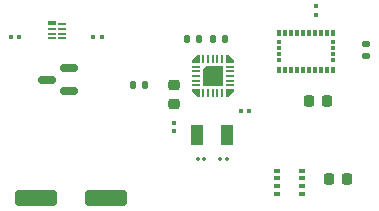
<source format=gbr>
%TF.GenerationSoftware,KiCad,Pcbnew,(6.0.7)*%
%TF.CreationDate,2022-12-27T11:46:59-06:00*%
%TF.ProjectId,UKDAQ,554b4441-512e-46b6-9963-61645f706362,rev?*%
%TF.SameCoordinates,Original*%
%TF.FileFunction,Paste,Top*%
%TF.FilePolarity,Positive*%
%FSLAX46Y46*%
G04 Gerber Fmt 4.6, Leading zero omitted, Abs format (unit mm)*
G04 Created by KiCad (PCBNEW (6.0.7)) date 2022-12-27 11:46:59*
%MOMM*%
%LPD*%
G01*
G04 APERTURE LIST*
G04 Aperture macros list*
%AMRoundRect*
0 Rectangle with rounded corners*
0 $1 Rounding radius*
0 $2 $3 $4 $5 $6 $7 $8 $9 X,Y pos of 4 corners*
0 Add a 4 corners polygon primitive as box body*
4,1,4,$2,$3,$4,$5,$6,$7,$8,$9,$2,$3,0*
0 Add four circle primitives for the rounded corners*
1,1,$1+$1,$2,$3*
1,1,$1+$1,$4,$5*
1,1,$1+$1,$6,$7*
1,1,$1+$1,$8,$9*
0 Add four rect primitives between the rounded corners*
20,1,$1+$1,$2,$3,$4,$5,0*
20,1,$1+$1,$4,$5,$6,$7,0*
20,1,$1+$1,$6,$7,$8,$9,0*
20,1,$1+$1,$8,$9,$2,$3,0*%
%AMOutline5P*
0 Free polygon, 5 corners , with rotation*
0 The origin of the aperture is its center*
0 number of corners: always 5*
0 $1 to $10 corner X, Y*
0 $11 Rotation angle, in degrees counterclockwise*
0 create outline with 5 corners*
4,1,5,$1,$2,$3,$4,$5,$6,$7,$8,$9,$10,$1,$2,$11*%
%AMOutline6P*
0 Free polygon, 6 corners , with rotation*
0 The origin of the aperture is its center*
0 number of corners: always 6*
0 $1 to $12 corner X, Y*
0 $13 Rotation angle, in degrees counterclockwise*
0 create outline with 6 corners*
4,1,6,$1,$2,$3,$4,$5,$6,$7,$8,$9,$10,$11,$12,$1,$2,$13*%
%AMOutline7P*
0 Free polygon, 7 corners , with rotation*
0 The origin of the aperture is its center*
0 number of corners: always 7*
0 $1 to $14 corner X, Y*
0 $15 Rotation angle, in degrees counterclockwise*
0 create outline with 7 corners*
4,1,7,$1,$2,$3,$4,$5,$6,$7,$8,$9,$10,$11,$12,$13,$14,$1,$2,$15*%
%AMOutline8P*
0 Free polygon, 8 corners , with rotation*
0 The origin of the aperture is its center*
0 number of corners: always 8*
0 $1 to $16 corner X, Y*
0 $17 Rotation angle, in degrees counterclockwise*
0 create outline with 8 corners*
4,1,8,$1,$2,$3,$4,$5,$6,$7,$8,$9,$10,$11,$12,$13,$14,$15,$16,$1,$2,$17*%
%AMFreePoly0*
4,1,15,0.150002,0.355000,0.350000,0.355000,0.353536,0.353536,0.355000,0.350000,0.355000,-0.350000,0.353536,-0.353536,0.350000,-0.355000,-0.350000,-0.355000,-0.353536,-0.353536,-0.355000,-0.350000,-0.355001,-0.150000,-0.353536,-0.146464,0.146464,0.353536,0.150000,0.355001,0.150002,0.355000,0.150002,0.355000,$1*%
G04 Aperture macros list end*
%ADD10RoundRect,0.135000X-0.135000X-0.185000X0.135000X-0.185000X0.135000X0.185000X-0.135000X0.185000X0*%
%ADD11R,0.660000X0.320000*%
%ADD12R,0.660000X0.220000*%
%ADD13RoundRect,0.079500X-0.079500X-0.100500X0.079500X-0.100500X0.079500X0.100500X-0.079500X0.100500X0*%
%ADD14R,0.300000X0.525000*%
%ADD15R,0.425000X0.300000*%
%ADD16RoundRect,0.225000X-0.225000X-0.250000X0.225000X-0.250000X0.225000X0.250000X-0.225000X0.250000X0*%
%ADD17RoundRect,0.067500X-0.067500X-0.067500X0.067500X-0.067500X0.067500X0.067500X-0.067500X0.067500X0*%
%ADD18RoundRect,0.350000X-1.450000X0.349999X-1.450000X-0.349999X1.450000X-0.349999X1.450000X0.349999X0*%
%ADD19RoundRect,0.350000X-1.450000X0.350000X-1.450000X-0.350000X1.450000X-0.350000X1.450000X0.350000X0*%
%ADD20RoundRect,0.079500X-0.100500X0.079500X-0.100500X-0.079500X0.100500X-0.079500X0.100500X0.079500X0*%
%ADD21R,0.500000X0.350000*%
%ADD22RoundRect,0.135000X0.185000X-0.135000X0.185000X0.135000X-0.185000X0.135000X-0.185000X-0.135000X0*%
%ADD23R,1.000000X1.800000*%
%ADD24RoundRect,0.225000X-0.250000X0.225000X-0.250000X-0.225000X0.250000X-0.225000X0.250000X0.225000X0*%
%ADD25RoundRect,0.067500X0.067500X0.067500X-0.067500X0.067500X-0.067500X-0.067500X0.067500X-0.067500X0*%
%ADD26RoundRect,0.150000X0.587500X0.150000X-0.587500X0.150000X-0.587500X-0.150000X0.587500X-0.150000X0*%
%ADD27Outline5P,-0.850000X0.574600X-0.574600X0.850000X0.850000X0.850000X0.850000X-0.850000X-0.850000X-0.850000X0.000000*%
%ADD28FreePoly0,0.000000*%
%ADD29R,0.700000X0.200000*%
%ADD30FreePoly0,90.000000*%
%ADD31R,0.200000X0.700000*%
%ADD32FreePoly0,180.000000*%
%ADD33FreePoly0,270.000000*%
%ADD34RoundRect,0.135000X0.135000X0.185000X-0.135000X0.185000X-0.135000X-0.185000X0.135000X-0.185000X0*%
%ADD35RoundRect,0.225000X0.225000X0.250000X-0.225000X0.250000X-0.225000X-0.250000X0.225000X-0.250000X0*%
G04 APERTURE END LIST*
D10*
%TO.C,R1*%
X139580000Y-103220000D03*
X140600000Y-103220000D03*
%TD*%
D11*
%TO.C,U2*%
X132700000Y-97970000D03*
D12*
X132700000Y-98420000D03*
X132700000Y-98820000D03*
X132700000Y-99220000D03*
X133540000Y-99220000D03*
X133540000Y-98820000D03*
X133540000Y-98420000D03*
X133540000Y-98020000D03*
%TD*%
D13*
%TO.C,C2*%
X136890000Y-99120000D03*
X136200000Y-99120000D03*
%TD*%
D14*
%TO.C,U3*%
X156450000Y-101882500D03*
D15*
X156512500Y-101070000D03*
X156512500Y-100570000D03*
X156512500Y-100070000D03*
X156512500Y-99570000D03*
D14*
X156450000Y-98757500D03*
X155950000Y-98757500D03*
X155450000Y-98757500D03*
X154950000Y-98757500D03*
X154450000Y-98757500D03*
X153950000Y-98757500D03*
X153450000Y-98757500D03*
X152950000Y-98757500D03*
X152450000Y-98757500D03*
X151950000Y-98757500D03*
D15*
X151887500Y-99570000D03*
X151887500Y-100070000D03*
X151887500Y-100570000D03*
X151887500Y-101070000D03*
D14*
X151950000Y-101882500D03*
X152450000Y-101882500D03*
X152950000Y-101882500D03*
X153450000Y-101882500D03*
X153950000Y-101882500D03*
X154450000Y-101882500D03*
X154950000Y-101882500D03*
X155450000Y-101882500D03*
X155950000Y-101882500D03*
%TD*%
D16*
%TO.C,C7*%
X156100000Y-111120000D03*
X157650000Y-111120000D03*
%TD*%
D17*
%TO.C,C5*%
X145600000Y-109420000D03*
X145050000Y-109420000D03*
%TD*%
D18*
%TO.C,C3*%
X137300000Y-112720000D03*
D19*
X131300000Y-112720000D03*
%TD*%
D10*
%TO.C,R4*%
X144090000Y-99320000D03*
X145110000Y-99320000D03*
%TD*%
D20*
%TO.C,C9*%
X155000000Y-97220000D03*
X155000000Y-96530000D03*
%TD*%
D21*
%TO.C,U4*%
X151780000Y-112390000D03*
X151780000Y-111740000D03*
X151780000Y-111090000D03*
X151780000Y-110440000D03*
X153830000Y-110440000D03*
X153830000Y-111090000D03*
X153830000Y-111740000D03*
X153830000Y-112390000D03*
%TD*%
D13*
%TO.C,C1*%
X129210000Y-99120000D03*
X129900000Y-99120000D03*
%TD*%
D22*
%TO.C,R3*%
X159300000Y-100740000D03*
X159300000Y-99720000D03*
%TD*%
D23*
%TO.C,Y1*%
X147500000Y-107420000D03*
X145000000Y-107420000D03*
%TD*%
D13*
%TO.C,C10*%
X149390000Y-105420000D03*
X148700000Y-105420000D03*
%TD*%
D24*
%TO.C,C6*%
X143000000Y-103220000D03*
X143000000Y-104770000D03*
%TD*%
D20*
%TO.C,R2*%
X143000000Y-106375000D03*
X143000000Y-107065000D03*
%TD*%
D25*
%TO.C,C8*%
X147500000Y-109420000D03*
X146950000Y-109420000D03*
%TD*%
D26*
%TO.C,U1*%
X134137500Y-103670000D03*
X134137500Y-101770000D03*
X132262500Y-102720000D03*
%TD*%
D27*
%TO.C,U5*%
X146300000Y-102420000D03*
D28*
X144850000Y-100970000D03*
D29*
X144850000Y-101620000D03*
X144850000Y-102020000D03*
X144850000Y-102420000D03*
X144850000Y-102820000D03*
X144850000Y-103220000D03*
D30*
X144850000Y-103870000D03*
D31*
X145500000Y-103870000D03*
X145900000Y-103870000D03*
X146300000Y-103870000D03*
X146700000Y-103870000D03*
X147100000Y-103870000D03*
D32*
X147750000Y-103870000D03*
D29*
X147750000Y-103220000D03*
X147750000Y-102820000D03*
X147750000Y-102420000D03*
X147750000Y-102020000D03*
X147750000Y-101620000D03*
D33*
X147750000Y-100970000D03*
D31*
X147100000Y-100970000D03*
X146700000Y-100970000D03*
X146300000Y-100970000D03*
X145900000Y-100970000D03*
X145500000Y-100970000D03*
%TD*%
D34*
%TO.C,R5*%
X147320000Y-99320000D03*
X146300000Y-99320000D03*
%TD*%
D35*
%TO.C,C4*%
X156000000Y-104520000D03*
X154450000Y-104520000D03*
%TD*%
M02*

</source>
